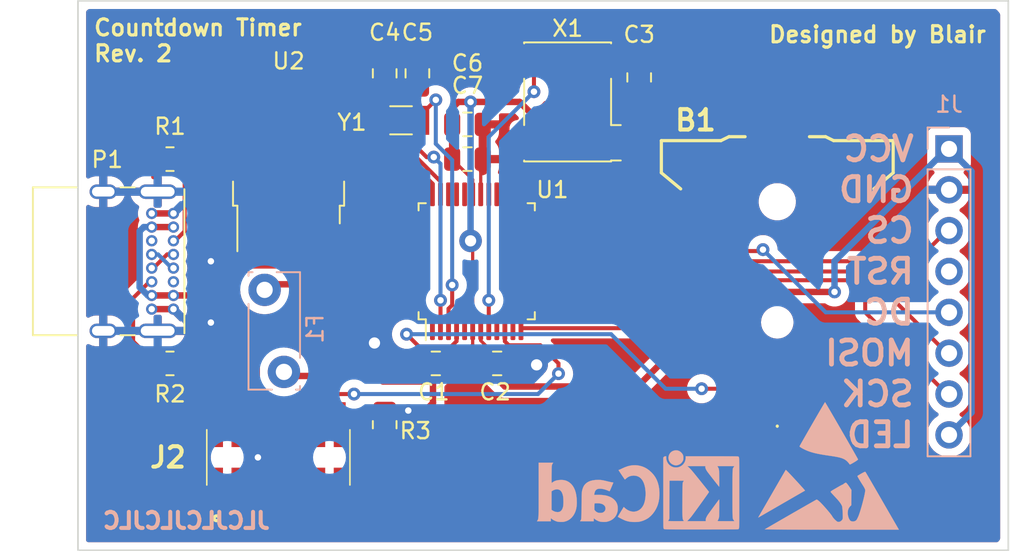
<source format=kicad_pcb>
(kicad_pcb (version 20211014) (generator pcbnew)
  (layers (0 "F.Cu" signal) (31 "B.Cu" signal) (34 "B.Paste" user) (35 "F.Paste" user) (36 "B.SilkS" user "B.Silkscreen") (37 "F.SilkS" user "F.Silkscreen") (38 "B.Mask" user) (39 "F.Mask" user) (44 "Edge.Cuts" user))
  (net 0 "")
  (net 1 "+1V5")
  (net 2 "+5V")
  (net 3 "Net-(P1-PadA5)")
  (net 4 "Net-(P1-PadA6)")
  (net 5 "Net-(P1-PadA7)")
  (net 7 "Net-(P1-PadB5)")
  (net 9 "LCD_GND")
  (net 10 "/3V3 UNFUSED")
  (net 11 "OSC 32 A")
  (net 12 "OSC 32 B")
  (net 13 "LCD_LED")
  (net 14 "SPI_SCK")
  (net 15 "SPI_MOSI")
  (net 16 "SPI_DC")
  (net 17 "LCD_RST")
  (net 18 "SPI_CS")
  (net 21 "SWDIO")
  (net 22 "SWCLK")
  (net 23 "SWO")
  (net 26 "NRST")
  (net 31 "OSC 48M A")
  (net 63 "Net-(J2-Pad11)")
  (footprint "Resistor_SMD:R_0805_2012Metric" (layer "F.Cu") (at 76.2 77.47)
    (fp_text reference "R2" (at 0 1.905) (layer "F.SilkS"))
    (fp_text value "5k1")
    (pad "1" smd roundrect (at -0.9125 0) (size 1.025 1.4) (layers "F.Cu" "F.Paste" "F.Mask") (roundrect_rratio 0.243902439) (net 7 "Net-(P1-PadB5)"))
    (pad "2" smd roundrect (at 0.9125 0) (size 1.025 1.4) (layers "F.Cu" "F.Paste" "F.Mask") (roundrect_rratio 0.243902439) (net 9 "LCD_GND"))
  )
  (footprint "Connector_USB:USB_C_Receptacle_GCT_USB4085" (layer "F.Cu") (at 76.415 68.145 -90)
    (fp_text reference "P1" (at -3.345 4.115 180) (layer "F.SilkS"))
    (fp_text value "USB_C_Plug_USB2.0")
    (pad "A1" thru_hole circle (at 0 0 270) (size 0.7 0.7) (drill 0.4) (layers *.Cu *.Mask) (net 9 "LCD_GND"))
    (pad "A4" thru_hole circle (at 0.85 0 270) (size 0.7 0.7) (drill 0.4) (layers *.Cu *.Mask) (net 2 "+5V"))
    (pad "A5" thru_hole circle (at 1.7 0 270) (size 0.7 0.7) (drill 0.4) (layers *.Cu *.Mask) (net 3 "Net-(P1-PadA5)"))
    (pad "A6" thru_hole circle (at 2.55 0 270) (size 0.7 0.7) (drill 0.4) (layers *.Cu *.Mask) (net 4 "Net-(P1-PadA6)"))
    (pad "A7" thru_hole circle (at 3.4 0 270) (size 0.7 0.7) (drill 0.4) (layers *.Cu *.Mask) (net 5 "Net-(P1-PadA7)"))
    (pad "A8" thru_hole circle (at 4.25 0 270) (size 0.7 0.7) (drill 0.4) (layers *.Cu *.Mask))
    (pad "A9" thru_hole circle (at 5.1 0 270) (size 0.7 0.7) (drill 0.4) (layers *.Cu *.Mask) (net 2 "+5V"))
    (pad "A12" thru_hole circle (at 5.95 0 270) (size 0.7 0.7) (drill 0.4) (layers *.Cu *.Mask) (net 9 "LCD_GND"))
    (pad "B1" thru_hole circle (at 5.95 1.35 270) (size 0.7 0.7) (drill 0.4) (layers *.Cu *.Mask) (net 9 "LCD_GND"))
    (pad "B4" thru_hole circle (at 5.1 1.35 270) (size 0.7 0.7) (drill 0.4) (layers *.Cu *.Mask) (net 2 "+5V"))
    (pad "B5" thru_hole circle (at 4.25 1.35 270) (size 0.7 0.7) (drill 0.4) (layers *.Cu *.Mask) (net 7 "Net-(P1-PadB5)"))
    (pad "B6" thru_hole circle (at 3.4 1.35 270) (size 0.7 0.7) (drill 0.4) (layers *.Cu *.Mask) (net 4 "Net-(P1-PadA6)"))
    (pad "B7" thru_hole circle (at 2.55 1.35 270) (size 0.7 0.7) (drill 0.4) (layers *.Cu *.Mask) (net 5 "Net-(P1-PadA7)"))
    (pad "B8" thru_hole circle (at 1.7 1.35 270) (size 0.7 0.7) (drill 0.4) (layers *.Cu *.Mask))
    (pad "B9" thru_hole circle (at 0.85 1.35 270) (size 0.7 0.7) (drill 0.4) (layers *.Cu *.Mask) (net 2 "+5V"))
    (pad "B12" thru_hole circle (at 0 1.35 270) (size 0.7 0.7) (drill 0.4) (layers *.Cu *.Mask) (net 9 "LCD_GND"))
    (pad "S1" thru_hole oval (at -1.35 0.98 270) (size 0.9 2.4) (drill oval 0.6 2.1) (layers *.Cu *.Mask) (net 9 "LCD_GND"))
    (pad "S1" thru_hole oval (at 7.3 0.98 270) (size 0.9 2.4) (drill oval 0.6 2.1) (layers *.Cu *.Mask) (net 9 "LCD_GND"))
    (pad "S1" thru_hole oval (at 7.3 4.36 270) (size 0.9 1.7) (drill oval 0.6 1.4) (layers *.Cu *.Mask) (net 9 "LCD_GND"))
    (pad "S1" thru_hole oval (at -1.35 4.36 270) (size 0.9 1.7) (drill oval 0.6 1.4) (layers *.Cu *.Mask) (net 9 "LCD_GND"))
  )
  (footprint "1056:1056" (layer "F.Cu") (at 113.919 71.12 90)
    (fp_text reference "B1" (at 8.763 -5.08 180) (layer "F.SilkS") (effects (font (size 1.27 1.27) (thickness 0.254))))
    (fp_text value "1056" hide)
    (pad "" np_thru_hole circle locked (at 3.7 0 90) (size 1.3 1.3) (drill 1.3) (layers *.Cu *.Mask))
    (pad "" np_thru_hole circle locked (at -3.8 0 90) (size 1 1) (drill 1) (layers *.Cu *.Mask))
    (pad "C1" smd rect locked (at -7.9 0 180) (size 2.6 3.6) (layers "F.Cu" "F.Paste" "F.Mask") (net 1 "+1V5"))
    (pad "C2" smd rect locked (at 7.9 0 180) (size 2.6 3.6) (layers "F.Cu" "F.Paste" "F.Mask") (net 9 "LCD_GND"))
  )
  (footprint "Package_TO_SOT_SMD:TO-252-3_TabPin2" (layer "F.Cu") (at 83.565 65.195 90)
    (fp_text reference "U2" (at 6.521 0.001 180) (layer "F.SilkS"))
    (fp_text value "IFX27001TFV33")
    (pad "1" smd rect (at -4.2 -2.28 90) (size 2.2 1.2) (layers "F.Cu" "F.Paste" "F.Mask") (net 9 "LCD_GND"))
    (pad "2" smd rect (at 2.1 0 90) (size 6.4 5.8) (layers "F.Cu" "F.Mask") (net 10 "/3V3 UNFUSED"))
    (pad "2" smd rect (at -4.2 0 90) (size 2.2 1.2) (layers "F.Cu" "F.Paste" "F.Mask") (net 10 "/3V3 UNFUSED"))
    (pad "3" smd rect (at -4.2 2.28 90) (size 2.2 1.2) (layers "F.Cu" "F.Paste" "F.Mask") (net 2 "+5V"))
  )
  (footprint "Capacitor_SMD:C_0805_2012Metric" (layer "F.Cu") (at 94.676 64.77)
    (fp_text reference "C7" (at 0 -4.572) (layer "F.SilkS"))
    (fp_text value "4u7F")
    (pad "1" smd roundrect (at -0.95 0) (size 1 1.45) (layers "F.Cu" "F.Paste" "F.Mask") (net 13 "LCD_LED"))
    (pad "2" smd roundrect (at 0.95 0) (size 1 1.45) (layers "F.Cu" "F.Paste" "F.Mask") (net 9 "LCD_GND"))
  )
  (footprint "Resistor_SMD:R_0805_2012Metric" (layer "F.Cu") (at 76.2 64.77 180)
    (fp_text reference "R1" (at 0 2.032) (layer "F.SilkS"))
    (fp_text value "5k1")
    (pad "1" smd roundrect (at -0.9125 0 180) (size 1.025 1.4) (layers "F.Cu" "F.Paste" "F.Mask") (roundrect_rratio 0.243902439) (net 3 "Net-(P1-PadA5)"))
    (pad "2" smd roundrect (at 0.9125 0 180) (size 1.025 1.4) (layers "F.Cu" "F.Paste" "F.Mask") (roundrect_rratio 0.243902439) (net 9 "LCD_GND"))
  )
  (footprint "Package_QFP:LQFP-48_7x7mm_P0.5mm" (layer "F.Cu") (at 95.25 71.12 90)
    (fp_text reference "U1" (at 4.445 4.699 180) (layer "F.SilkS"))
    (fp_text value "STM32G0B1CET6N")
    (pad "1" smd roundrect (at -4.1625 -2.75 90) (size 1.475 0.3) (layers "F.Cu" "F.Paste" "F.Mask"))
    (pad "2" smd roundrect (at -4.1625 -2.25 90) (size 1.475 0.3) (layers "F.Cu" "F.Paste" "F.Mask") (net 11 "OSC 32 A"))
    (pad "3" smd roundrect (at -4.1625 -1.75 90) (size 1.475 0.3) (layers "F.Cu" "F.Paste" "F.Mask") (net 12 "OSC 32 B"))
    (pad "4" smd roundrect (at -4.1625 -1.25 90) (size 1.475 0.3) (layers "F.Cu" "F.Paste" "F.Mask") (net 1 "+1V5"))
    (pad "5" smd roundrect (at -4.1625 -0.75 90) (size 1.475 0.3) (layers "F.Cu" "F.Paste" "F.Mask"))
    (pad "6" smd roundrect (at -4.1625 -0.25 90) (size 1.475 0.3) (layers "F.Cu" "F.Paste" "F.Mask") (net 13 "LCD_LED"))
    (pad "7" smd roundrect (at -4.1625 0.25 90) (size 1.475 0.3) (layers "F.Cu" "F.Paste" "F.Mask") (net 9 "LCD_GND"))
    (pad "8" smd roundrect (at -4.1625 0.75 90) (size 1.475 0.3) (layers "F.Cu" "F.Paste" "F.Mask") (net 31 "OSC 48M A"))
    (pad "9" smd roundrect (at -4.1625 1.25 90) (size 1.475 0.3) (layers "F.Cu" "F.Paste" "F.Mask"))
    (pad "10" smd roundrect (at -4.1625 1.75 90) (size 1.475 0.3) (layers "F.Cu" "F.Paste" "F.Mask") (net 26 "NRST"))
    (pad "11" smd roundrect (at -4.1625 2.25 90) (size 1.475 0.3) (layers "F.Cu" "F.Paste" "F.Mask") (net 16 "SPI_DC"))
    (pad "12" smd roundrect (at -4.1625 2.75 90) (size 1.475 0.3) (layers "F.Cu" "F.Paste" "F.Mask") (net 14 "SPI_SCK"))
    (pad "13" smd roundrect (at -2.75 4.1625 90) (size 0.3 1.475) (layers "F.Cu" "F.Paste" "F.Mask") (net 15 "SPI_MOSI"))
    (pad "14" smd roundrect (at -2.25 4.1625 90) (size 0.3 1.475) (layers "F.Cu" "F.Paste" "F.Mask") (net 18 "SPI_CS"))
    (pad "15" smd roundrect (at -1.75 4.1625 90) (size 0.3 1.475) (layers "F.Cu" "F.Paste" "F.Mask"))
    (pad "16" smd roundrect (at -1.25 4.1625 90) (size 0.3 1.475) (layers "F.Cu" "F.Paste" "F.Mask"))
    (pad "17" smd roundrect (at -0.75 4.1625 90) (size 0.3 1.475) (layers "F.Cu" "F.Paste" "F.Mask"))
    (pad "18" smd roundrect (at -0.25 4.1625 90) (size 0.3 1.475) (layers "F.Cu" "F.Paste" "F.Mask"))
    (pad "19" smd roundrect (at 0.25 4.1625 90) (size 0.3 1.475) (layers "F.Cu" "F.Paste" "F.Mask"))
    (pad "20" smd roundrect (at 0.75 4.1625 90) (size 0.3 1.475) (layers "F.Cu" "F.Paste" "F.Mask"))
    (pad "21" smd roundrect (at 1.25 4.1625 90) (size 0.3 1.475) (layers "F.Cu" "F.Paste" "F.Mask"))
    (pad "22" smd roundrect (at 1.75 4.1625 90) (size 0.3 1.475) (layers "F.Cu" "F.Paste" "F.Mask"))
    (pad "23" smd roundrect (at 2.25 4.1625 90) (size 0.3 1.475) (layers "F.Cu" "F.Paste" "F.Mask"))
    (pad "24" smd roundrect (at 2.75 4.1625 90) (size 0.3 1.475) (layers "F.Cu" "F.Paste" "F.Mask"))
    (pad "25" smd roundrect (at 4.1625 2.75 90) (size 1.475 0.3) (layers "F.Cu" "F.Paste" "F.Mask"))
    (pad "26" smd roundrect (at 4.1625 2.25 90) (size 1.475 0.3) (layers "F.Cu" "F.Paste" "F.Mask"))
    (pad "27" smd roundrect (at 4.1625 1.75 90) (size 1.475 0.3) (layers "F.Cu" "F.Paste" "F.Mask"))
    (pad "28" smd roundrect (at 4.1625 1.25 90) (size 1.475 0.3) (layers "F.Cu" "F.Paste" "F.Mask"))
    (pad "29" smd roundrect (at 4.1625 0.75 90) (size 1.475 0.3) (layers "F.Cu" "F.Paste" "F.Mask"))
    (pad "30" smd roundrect (at 4.1625 0.25 90) (size 1.475 0.3) (layers "F.Cu" "F.Paste" "F.Mask") (net 9 "LCD_GND"))
    (pad "31" smd roundrect (at 4.1625 -0.25 90) (size 1.475 0.3) (layers "F.Cu" "F.Paste" "F.Mask") (net 13 "LCD_LED"))
    (pad "32" smd roundrect (at 4.1625 -0.75 90) (size 1.475 0.3) (layers "F.Cu" "F.Paste" "F.Mask"))
    (pad "33" smd roundrect (at 4.1625 -1.25 90) (size 1.475 0.3) (layers "F.Cu" "F.Paste" "F.Mask"))
    (pad "34" smd roundrect (at 4.1625 -1.75 90) (size 1.475 0.3) (layers "F.Cu" "F.Paste" "F.Mask"))
    (pad "35" smd roundrect (at 4.1625 -2.25 90) (size 1.475 0.3) (layers "F.Cu" "F.Paste" "F.Mask") (net 21 "SWDIO"))
    (pad "36" smd roundrect (at 4.1625 -2.75 90) (size 1.475 0.3) (layers "F.Cu" "F.Paste" "F.Mask") (net 22 "SWCLK"))
    (pad "37" smd roundrect (at 2.75 -4.1625 90) (size 0.3 1.475) (layers "F.Cu" "F.Paste" "F.Mask"))
    (pad "38" smd roundrect (at 2.25 -4.1625 90) (size 0.3 1.475) (layers "F.Cu" "F.Paste" "F.Mask"))
    (pad "39" smd roundrect (at 1.75 -4.1625 90) (size 0.3 1.475) (layers "F.Cu" "F.Paste" "F.Mask"))
    (pad "40" smd roundrect (at 1.25 -4.1625 90) (size 0.3 1.475) (layers "F.Cu" "F.Paste" "F.Mask"))
    (pad "41" smd roundrect (at 0.75 -4.1625 90) (size 0.3 1.475) (layers "F.Cu" "F.Paste" "F.Mask"))
    (pad "42" smd roundrect (at 0.25 -4.1625 90) (size 0.3 1.475) (layers "F.Cu" "F.Paste" "F.Mask"))
    (pad "43" smd roundrect (at -0.25 -4.1625 90) (size 0.3 1.475) (layers "F.Cu" "F.Paste" "F.Mask"))
    (pad "44" smd roundrect (at -0.75 -4.1625 90) (size 0.3 1.475) (layers "F.Cu" "F.Paste" "F.Mask"))
    (pad "45" smd roundrect (at -1.25 -4.1625 90) (size 0.3 1.475) (layers "F.Cu" "F.Paste" "F.Mask"))
    (pad "46" smd roundrect (at -1.75 -4.1625 90) (size 0.3 1.475) (layers "F.Cu" "F.Paste" "F.Mask"))
    (pad "47" smd roundrect (at -2.25 -4.1625 90) (size 0.3 1.475) (layers "F.Cu" "F.Paste" "F.Mask"))
    (pad "48" smd roundrect (at -2.75 -4.1625 90) (size 0.3 1.475) (layers "F.Cu" "F.Paste" "F.Mask"))
  )
  (footprint "Capacitor_SMD:C_0805_2012Metric" (layer "F.Cu") (at 92.71 77.47 180)
    (fp_text reference "C1" (at 0.127 -1.778) (layer "F.SilkS"))
    (fp_text value "100nF")
    (pad "1" smd roundrect (at -0.95 0 180) (size 1 1.45) (layers "F.Cu" "F.Paste" "F.Mask") (net 13 "LCD_LED"))
    (pad "2" smd roundrect (at 0.95 0 180) (size 1 1.45) (layers "F.Cu" "F.Paste" "F.Mask") (net 9 "LCD_GND"))
  )
  (footprint "Resistor_SMD:R_0805_2012Metric" (layer "F.Cu") (at 89.535 81.28 -90)
    (fp_text reference "R3" (at 0.381 -1.905 180) (layer "F.SilkS"))
    (fp_text value "100R")
    (pad "1" smd roundrect (at -0.9125 0 270) (size 1.025 1.4) (layers "F.Cu" "F.Paste" "F.Mask") (roundrect_rratio 0.243902439) (net 9 "LCD_GND"))
    (pad "2" smd roundrect (at 0.9125 0 270) (size 1.025 1.4) (layers "F.Cu" "F.Paste" "F.Mask") (roundrect_rratio 0.243902439) (net 63 "Net-(J2-Pad11)"))
  )
  (footprint "Oscillator:Oscillator_SMD_SeikoEpson_SG8002CA-4Pin_7.0x5.0mm" (layer "F.Cu") (at 100.897 61.214 90)
    (fp_text reference "X1" (at 4.572 0 180) (layer "F.SilkS"))
    (fp_text value "SG-7050CAN")
    (pad "1" smd rect (at -2.54 2.1 90) (size 1.8 2) (layers "F.Cu" "F.Paste" "F.Mask"))
    (pad "2" smd rect (at 2.54 2.1 90) (size 1.8 2) (layers "F.Cu" "F.Paste" "F.Mask") (net 9 "LCD_GND"))
    (pad "3" smd rect (at 2.54 -2.1 90) (size 1.8 2) (layers "F.Cu" "F.Paste" "F.Mask") (net 31 "OSC 48M A"))
    (pad "4" smd rect (at -2.54 -2.1 90) (size 1.8 2) (layers "F.Cu" "F.Paste" "F.Mask") (net 13 "LCD_LED"))
  )
  (footprint "Capacitor_SMD:C_0805_2012Metric" (layer "F.Cu") (at 91.567 59.436 90)
    (fp_text reference "C5" (at 2.54 0 180) (layer "F.SilkS"))
    (fp_text value "9pF")
    (pad "1" smd roundrect (at -0.95 0 90) (size 1 1.45) (layers "F.Cu" "F.Paste" "F.Mask") (net 12 "OSC 32 B"))
    (pad "2" smd roundrect (at 0.95 0 90) (size 1 1.45) (layers "F.Cu" "F.Paste" "F.Mask") (net 9 "LCD_GND"))
  )
  (footprint "Capacitor_SMD:C_0805_2012Metric" (layer "F.Cu") (at 105.342 59.69 90)
    (fp_text reference "C3" (at 2.667 0 180) (layer "F.SilkS"))
    (fp_text value "100nF")
    (pad "1" smd roundrect (at -0.95 0 90) (size 1 1.45) (layers "F.Cu" "F.Paste" "F.Mask") (net 13 "LCD_LED"))
    (pad "2" smd roundrect (at 0.95 0 90) (size 1 1.45) (layers "F.Cu" "F.Paste" "F.Mask") (net 9 "LCD_GND"))
  )
  (footprint "Capacitor_SMD:C_0805_2012Metric" (layer "F.Cu") (at 96.52 77.47)
    (fp_text reference "C2" (at -0.127 1.778) (layer "F.SilkS"))
    (fp_text value "4u7F")
    (pad "1" smd roundrect (at -0.95 0) (size 1 1.45) (layers "F.Cu" "F.Paste" "F.Mask") (net 13 "LCD_LED"))
    (pad "2" smd roundrect (at 0.95 0) (size 1 1.45) (layers "F.Cu" "F.Paste" "F.Mask") (net 9 "LCD_GND"))
  )
  (footprint "Capacitor_SMD:C_0805_2012Metric" (layer "F.Cu") (at 89.535 59.436 90)
    (fp_text reference "C4" (at 2.54 0 180) (layer "F.SilkS"))
    (fp_text value "9pF")
    (pad "1" smd roundrect (at -0.95 0 90) (size 1 1.45) (layers "F.Cu" "F.Paste" "F.Mask") (net 11 "OSC 32 A"))
    (pad "2" smd roundrect (at 0.95 0 90) (size 1 1.45) (layers "F.Cu" "F.Paste" "F.Mask") (net 9 "LCD_GND"))
  )
  (footprint "FTSH-107-01-L-DV-K-A:FTSH-107-XX-YYY-DV-K-A" (layer "F.Cu") (at 82.931 83.312)
    (fp_text reference "J2" (at -6.858 0) (layer "F.SilkS") (effects (font (size 1.27 1.27) (thickness 0.254))))
    (fp_text value "FTSH-107-01-L-DV-K-A" hide)
    (pad "" np_thru_hole circle locked (at 3.175 0) (size 1.02 1.02) (drill 1.02) (layers *.Cu *.Mask))
    (pad "" np_thru_hole circle locked (at -3.175 0) (size 1.02 1.02) (drill 1.02) (layers *.Cu *.Mask))
    (pad "1" smd rect locked (at -3.81 2.035) (size 0.74 2.79) (layers "F.Cu" "F.Paste" "F.Mask"))
    (pad "2" smd rect locked (at -3.81 -2.035) (size 0.74 2.79) (layers "F.Cu" "F.Paste" "F.Mask"))
    (pad "3" smd rect locked (at -2.54 2.035) (size 0.74 2.79) (layers "F.Cu" "F.Paste" "F.Mask") (net 13 "LCD_LED"))
    (pad "4" smd rect locked (at -2.54 -2.035) (size 0.74 2.79) (layers "F.Cu" "F.Paste" "F.Mask") (net 21 "SWDIO"))
    (pad "5" smd rect locked (at -1.27 2.035) (size 0.74 2.79) (layers "F.Cu" "F.Paste" "F.Mask") (net 9 "LCD_GND"))
    (pad "6" smd rect locked (at -1.27 -2.035) (size 0.74 2.79) (layers "F.Cu" "F.Paste" "F.Mask") (net 22 "SWCLK"))
    (pad "7" smd rect locked (at 0 2.035) (size 0.74 2.79) (layers "F.Cu" "F.Paste" "F.Mask") (net 9 "LCD_GND"))
    (pad "8" smd rect locked (at 0 -2.035) (size 0.74 2.79) (layers "F.Cu" "F.Paste" "F.Mask") (net 23 "SWO"))
    (pad "9" smd rect locked (at 1.27 2.035) (size 0.74 2.79) (layers "F.Cu" "F.Paste" "F.Mask"))
    (pad "10" smd rect locked (at 1.27 -2.035) (size 0.74 2.79) (layers "F.Cu" "F.Paste" "F.Mask"))
    (pad "11" smd rect locked (at 2.54 2.035) (size 0.74 2.79) (layers "F.Cu" "F.Paste" "F.Mask") (net 63 "Net-(J2-Pad11)"))
    (pad "12" smd rect locked (at 2.54 -2.035) (size 0.74 2.79) (layers "F.Cu" "F.Paste" "F.Mask") (net 26 "NRST"))
    (pad "13" smd rect locked (at 3.81 2.035) (size 0.74 2.79) (layers "F.Cu" "F.Paste" "F.Mask"))
    (pad "14" smd rect locked (at 3.81 -2.035) (size 0.74 2.79) (layers "F.Cu" "F.Paste" "F.Mask"))
  )
  (footprint "Crystal:Crystal_SMD_3215-2Pin_3.2x1.5mm" (layer "F.Cu") (at 90.551 62.357 180)
    (fp_text reference "Y1" (at 3.048 -0.127) (layer "F.SilkS"))
    (fp_text value "32.768kHz")
    (pad "1" smd rect (at 1.25 0 180) (size 1 1.8) (layers "F.Cu" "F.Paste" "F.Mask") (net 11 "OSC 32 A"))
    (pad "2" smd rect (at -1.25 0 180) (size 1 1.8) (layers "F.Cu" "F.Paste" "F.Mask") (net 12 "OSC 32 B"))
  )
  (footprint "Capacitor_SMD:C_0805_2012Metric" (layer "F.Cu") (at 94.676 62.611)
    (fp_text reference "C6" (at 0 -3.81) (layer "F.SilkS"))
    (fp_text value "100nF")
    (pad "1" smd roundrect (at -0.95 0) (size 1 1.45) (layers "F.Cu" "F.Paste" "F.Mask") (net 13 "LCD_LED"))
    (pad "2" smd roundrect (at 0.95 0) (size 1 1.45) (layers "F.Cu" "F.Paste" "F.Mask") (net 9 "LCD_GND"))
  )
  (footprint "Symbol:KiCad-Logo_5mm_SilkScreen" (layer "B.Cu") (at 105.283 85.852 180)
    (fp_text reference "REF**" hide)
    (fp_text value "KiCad-Logo_5mm_SilkScreen" hide)
  )
  (footprint "Symbol:ESD-Logo_8.9x8mm_SilkScreen" (layer "B.Cu") (at 117.094 83.82 180)
    (fp_text reference "REF**" hide)
    (fp_text value "ESD-Logo_8.9x8mm_SilkScreen" hide)
  )
  (footprint "Fuse:Fuse_Bourns_MF-RG300" (layer "B.Cu") (at 82.077 72.898 -90)
    (fp_text reference "F1" (at 2.423 -3.14 90) (layer "B.SilkS") (effects (justify mirror)))
    (fp_text value "Polyfuse")
    (pad "1" thru_hole circle (at 0 0 270) (size 2.01 2.01) (drill 1.01) (layers *.Cu *.Mask) (net 10 "/3V3 UNFUSED"))
    (pad "2" thru_hole circle (at 5.1 -1.2 270) (size 2.01 2.01) (drill 1.01) (layers *.Cu *.Mask) (net 13 "LCD_LED"))
  )
  (footprint "Connector_PinSocket_2.54mm:PinSocket_1x08_P2.54mm_Vertical" (layer "B.Cu") (at 124.587 64.135 180)
    (fp_text reference "J1" (at 0 2.77) (layer "B.SilkS") (effects (justify mirror)))
    (fp_text value "Conn_01x08")
    (pad "1" thru_hole rect (at 0 0 180) (size 1.7 1.7) (drill 1) (layers *.Cu *.Mask) (net 13 "LCD_LED"))
    (pad "2" thru_hole oval (at 0 -2.54 180) (size 1.7 1.7) (drill 1) (layers *.Cu *.Mask) (net 9 "LCD_GND"))
    (pad "3" thru_hole oval (at 0 -5.08 180) (size 1.7 1.7) (drill 1) (layers *.Cu *.Mask) (net 18 "SPI_CS"))
    (pad "4" thru_hole oval (at 0 -7.62 180) (size 1.7 1.7) (drill 1) (layers *.Cu *.Mask) (net 17 "LCD_RST"))
    (pad "5" thru_hole oval (at 0 -10.16 180) (size 1.7 1.7) (drill 1) (layers *.Cu *.Mask) (net 16 "SPI_DC"))
    (pad "6" thru_hole oval (at 0 -12.7 180) (size 1.7 1.7) (drill 1) (layers *.Cu *.Mask) (net 15 "SPI_MOSI"))
    (pad "7" thru_hole oval (at 0 -15.24 180) (size 1.7 1.7) (drill 1) (layers *.Cu *.Mask) (net 14 "SPI_SCK"))
    (pad "8" thru_hole oval (at 0 -17.78 180) (size 1.7 1.7) (drill 1) (layers *.Cu *.Mask) (net 13 "LCD_LED"))
  )
  (gr_rect (start 70.485 54.9275) (end 128.27 89.0905) (layer "Edge.Cuts") (width 0.1) (fill none))
  (gr_text "GND" (at 122.555 66.675) (layer "B.SilkS") (effects (font (size 1.5 1.5) (thickness 0.3)) (justify left mirror)))
  (gr_text "RST" (at 122.555 71.755) (layer "B.SilkS") (effects (font (size 1.5 1.5) (thickness 0.3)) (justify left mirror)))
  (gr_text "CS" (at 122.555 69.215) (layer "B.SilkS") (effects (font (size 1.5 1.5) (thickness 0.3)) (justify left mirror)))
  (gr_text "MOSI\n" (at 122.555 76.835) (layer "B.SilkS") (effects (font (size 1.5 1.5) (thickness 0.3)) (justify left mirror)))
  (gr_text "LED" (at 122.555 81.915) (layer "B.SilkS") (effects (font (size 1.5 1.5) (thickness 0.3)) (justify left mirror)))
  (gr_text "JLCJLCJLCJLC" (at 77.216 87.249) (layer "B.SilkS") (effects (font (size 1 1) (thickness 0.25)) (justify mirror)))
  (gr_text "SCK" (at 122.555 79.375) (layer "B.SilkS") (effects (font (size 1.5 1.5) (thickness 0.3)) (justify left mirror)))
  (gr_text "VCC" (at 122.555 64.135) (layer "B.SilkS") (effects (font (size 1.5 1.5) (thickness 0.3)) (justify left mirror)))
  (gr_text "DC" (at 122.555 74.295) (layer "B.SilkS") (effects (font (size 1.5 1.5) (thickness 0.3)) (justify left mirror)))
  (gr_text "Countdown Timer\nRev. 2" (at 71.374 57.404) (layer "F.SilkS") (effects (font (size 1 1) (thickness 0.2)) (justify left)))
  (gr_text "Designed by Blair" (at 120.142 57.023) (layer "F.SilkS") (effects (font (size 1 1) (thickness 0.2))))
  (segment (start 113.894 79.045) (end 109.22 79.045) (width 0.25) (layer "F.Cu") (net 1))
  (segment (start 94 76.085006) (end 94 75.2825) (width 0.25) (layer "F.Cu") (net 1))
  (segment (start 93.664526 76.42048) (end 94 76.085006) (width 0.25) (layer "F.Cu") (net 1))
  (segment (start 91.66048 76.42048) (end 93.664526 76.42048) (width 0.25) (layer "F.Cu") (net 1))
  (segment (start 90.894511 75.654511) (end 91.66048 76.42048) (width 0.25) (layer "F.Cu") (net 1))
  (segment (start 113.919 79.02) (end 113.894 79.045) (width 0.25) (layer "F.Cu") (net 1))
  (via (at 109.22 79.045) (size 0.8) (drill 0.4) (layers "F.Cu" "B.Cu") (net 1))
  (via (at 90.894511 75.654511) (size 0.8) (drill 0.4) (layers "F.Cu" "B.Cu") (net 1))
  (segment (start 109.22 79.045) (end 106.985 79.045) (width 0.25) (layer "B.Cu") (net 1))
  (segment (start 103.594511 75.654511) (end 90.894511 75.654511) (width 0.25) (layer "B.Cu") (net 1))
  (segment (start 106.985 79.045) (end 103.594511 75.654511) (width 0.25) (layer "B.Cu") (net 1))
  (segment (start 75.065 68.995) (end 76.415 68.995) (width 0.4) (layer "F.Cu") (net 2))
  (segment (start 79.028 73.245) (end 80.899 71.374) (width 0.4) (layer "F.Cu") (net 2))
  (segment (start 76.415 73.245) (end 79.028 73.245) (width 0.4) (layer "F.Cu") (net 2))
  (segment (start 76.415 73.245) (end 75.065 73.245) (width 0.4) (layer "F.Cu") (net 2))
  (segment (start 80.899 71.374) (end 83.866 71.374) (width 0.4) (layer "F.Cu") (net 2))
  (segment (start 83.866 71.374) (end 85.845 69.395) (width 0.4) (layer "F.Cu") (net 2))
  (segment (start 74.829511 73.245) (end 75.065 73.245) (width 0.4) (layer "B.Cu") (net 2))
  (segment (start 74.315489 69.249537) (end 74.315489 72.730978) (width 0.4) (layer "B.Cu") (net 2))
  (segment (start 74.315489 72.730978) (end 74.829511 73.245) (width 0.4) (layer "B.Cu") (net 2))
  (segment (start 74.570026 68.995) (end 74.315489 69.249537) (width 0.4) (layer "B.Cu") (net 2))
  (segment (start 75.065 68.995) (end 74.570026 68.995) (width 0.4) (layer "B.Cu") (net 2))
  (segment (start 76.518904 69.845) (end 76.415 69.845) (width 0.25) (layer "F.Cu") (net 3))
  (segment (start 77.1125 64.77) (end 77.1125 69.251404) (width 0.25) (layer "F.Cu") (net 3))
  (segment (start 77.1125 69.251404) (end 76.518904 69.845) (width 0.25) (layer "F.Cu") (net 3))
  (segment (start 75.168904 71.545) (end 75.065 71.545) (width 0.25) (layer "F.Cu") (net 4))
  (segment (start 76.018904 70.695) (end 75.168904 71.545) (width 0.25) (layer "F.Cu") (net 4))
  (segment (start 76.415 70.695) (end 76.018904 70.695) (width 0.25) (layer "F.Cu") (net 4))
  (segment (start 75.461096 70.695) (end 76.311096 71.545) (width 0.25) (layer "B.Cu") (net 5))
  (segment (start 75.065 70.695) (end 75.461096 70.695) (width 0.25) (layer "B.Cu") (net 5))
  (segment (start 76.311096 71.545) (end 76.415 71.545) (width 0.25) (layer "B.Cu") (net 5))
  (segment (start 73.91048 76.09298) (end 73.91048 73.40952) (width 0.25) (layer "F.Cu") (net 7))
  (segment (start 73.91048 73.40952) (end 74.925 72.395) (width 0.25) (layer "F.Cu") (net 7))
  (segment (start 75.2875 77.47) (end 73.91048 76.09298) (width 0.25) (layer "F.Cu") (net 7))
  (segment (start 74.925 72.395) (end 75.065 72.395) (width 0.25) (layer "F.Cu") (net 7))
  (segment (start 81.661 83.312) (end 81.661 85.347) (width 0.4) (layer "F.Cu") (net 9))
  (segment (start 95.626 64.77) (end 95.626 62.611) (width 0.2) (layer "F.Cu") (net 9))
  (segment (start 95.5 75.2825) (end 95.5 76.049651) (width 0.2) (layer "F.Cu") (net 9))
  (segment (start 97.47 77.47) (end 98.881138 77.47) (width 0.2) (layer "F.Cu") (net 9))
  (segment (start 95.5 66.9575) (end 95.5 64.896) (width 0.2) (layer "F.Cu") (net 9))
  (segment (start 75.065 68.145) (end 76.415 68.145) (width 0.4) (layer "F.Cu") (net 9))
  (segment (start 98.881138 77.47) (end 98.970569 77.559431) (width 0.2) (layer "F.Cu") (net 9))
  (segment (start 82.423 83.312) (end 82.931 83.82) (width 0.4) (layer "F.Cu") (net 9))
  (segment (start 82.931 83.82) (end 82.931 85.347) (width 0.4) (layer "F.Cu") (net 9))
  (segment (start 90.17 77.47) (end 91.76 77.47) (width 0.4) (layer "F.Cu") (net 9))
  (segment (start 88.9 76.2) (end 90.17 77.47) (width 0.4) (layer "F.Cu") (net 9))
  (segment (start 90.9675 80.3675) (end 89.535 80.3675) (width 0.4) (layer "F.Cu") (net 9))
  (segment (start 81.661 83.312) (end 82.423 83.312) (width 0.4) (layer "F.Cu") (net 9))
  (segment (start 95.5 76.049651) (end 95.885 76.434651) (width 0.2) (layer "F.Cu") (net 9))
  (segment (start 95.885 76.434651) (end 96.434651 76.434651) (width 0.2) (layer "F.Cu") (net 9))
  (segment (start 75.065 74.095) (end 76.415 74.095) (width 0.4) (layer "F.Cu") (net 9))
  (segment (start 95.5 64.896) (end 95.626 64.77) (width 0.2) (layer "F.Cu") (net 9))
  (segment (start 96.434651 76.434651) (end 97.47 77.47) (width 0.2) (layer "F.Cu") (net 9))
  (segment (start 91 80.4) (end 90.9675 80.3675) (width 0.4) (layer "F.Cu") (net 9))
  (via (at 88.9 76.2) (size 1.4) (drill 0.7) (layers "F.Cu" "B.Cu") (net 9))
  (via (at 81.661 83.312) (size 0.8) (drill 0.4) (layers "F.Cu" "B.Cu") (net 9))
  (via (at 78.74 71.12) (size 0.8) (drill 0.4) (layers "F.Cu" "B.Cu") (net 9))
  (via (at 78.74 74.93) (size 0.8) (drill 0.4) (layers "F.Cu" "B.Cu") (net 9))
  (via (at 98.970569 77.559431) (size 1.4) (drill 0.7) (layers "F.Cu" "B.Cu") (net 9))
  (via (at 91 80.4) (size 0.8) (drill 0.4) (layers "F.Cu" "B.Cu") (net 9))
  (segment (start 82.42452 72.55048) (end 82.077 72.898) (width 0.4) (layer "F.Cu") (net 10))
  (segment (start 86.995 63.5) (end 86.995 71.12) (width 0.4) (layer "F.Cu") (net 10))
  (segment (start 83.565 63.095) (end 86.59 63.095) (width 0.4) (layer "F.Cu") (net 10))
  (segment (start 86.995 71.12) (end 85.56452 72.55048) (width 0.4) (layer "F.Cu") (net 10))
  (segment (start 83.565 69.395) (end 83.565 63.095) (width 0.4) (layer "F.Cu") (net 10))
  (segment (start 86.59 63.095) (end 86.995 63.5) (width 0.4) (layer "F.Cu") (net 10))
  (segment (start 85.56452 72.55048) (end 82.42452 72.55048) (width 0.4) (layer "F.Cu") (net 10))
  (segment (start 92.137978 64.643) (end 90.678 63.183022) (width 0.25) (layer "F.Cu") (net 11))
  (segment (start 92.583 64.643) (end 92.137978 64.643) (width 0.25) (layer "F.Cu") (net 11))
  (segment (start 93 74.479994) (end 93.001948 74.478046) (width 0.25) (layer "F.Cu") (net 11))
  (segment (start 89.535 62.123) (end 89.301 62.357) (width 0.25) (layer "F.Cu") (net 11))
  (segment (start 89.535 60.386) (end 89.535 62.123) (width 0.25) (layer "F.Cu") (net 11))
  (segment (start 93.001948 74.478046) (end 93.001948 73.545554) (width 0.25) (layer "F.Cu") (net 11))
  (segment (start 93 75.2825) (end 93 74.479994) (width 0.25) (layer "F.Cu") (net 11))
  (segment (start 90.17 62.357) (end 89.301 62.357) (width 0.25) (layer "F.Cu") (net 11))
  (segment (start 90.678 63.183022) (end 90.678 62.865) (width 0.25) (layer "F.Cu") (net 11))
  (segment (start 90.678 62.865) (end 90.17 62.357) (width 0.25) (layer "F.Cu") (net 11))
  (via (at 92.583 64.643) (size 0.8) (drill 0.4) (layers "F.Cu" "B.Cu") (net 11))
  (via (at 93.001948 73.545554) (size 0.8) (drill 0.4) (layers "F.Cu" "B.Cu") (net 11))
  (segment (start 93.001948 65.061948) (end 92.583 64.643) (width 0.25) (layer "B.Cu") (net 11))
  (segment (start 93.001948 73.545554) (end 93.001948 65.061948) (width 0.25) (layer "B.Cu") (net 11))
  (segment (start 91.567 60.386) (end 91.567 62.123) (width 0.25) (layer "F.Cu") (net 12))
  (segment (start 93.5 75.2825) (end 93.5 74.072116) (width 0.25) (layer "F.Cu") (net 12))
  (segment (start 93.5 74.072116) (end 93.726578 73.845538) (width 0.25) (layer "F.Cu") (net 12))
  (segment (start 93.726578 73.845538) (end 93.726578 72.593957) (width 0.25) (layer "F.Cu") (net 12))
  (segment (start 91.567 62.123) (end 91.801 62.357) (width 0.25) (layer "F.Cu") (net 12))
  (segment (start 91.801 61.996) (end 91.801 62.357) (width 0.25) (layer "F.Cu") (net 12))
  (segment (start 92.71 61.087) (end 91.801 61.996) (width 0.25) (layer "F.Cu") (net 12))
  (via (at 93.726578 72.593957) (size 0.8) (drill 0.4) (layers "F.Cu" "B.Cu") (net 12))
  (via (at 92.71 61.087) (size 0.8) (drill 0.4) (layers "F.Cu" "B.Cu") (net 12))
  (segment (start 93.726578 64.832674) (end 93.726578 72.593957) (width 0.25) (layer "B.Cu") (net 12))
  (segment (start 92.71 63.816096) (end 93.726578 64.832674) (width 0.25) (layer "B.Cu") (net 12))
  (segment (start 92.71 61.087) (end 92.71 63.816096) (width 0.25) (layer "B.Cu") (net 12))
  (segment (start 94.869 61.214) (end 94.107 61.214) (width 0.4) (layer "F.Cu") (net 13))
  (segment (start 98.806 63.745) (end 98.797 63.754) (width 0.2) (layer "F.Cu") (net 13))
  (segment (start 94.599073 76.702653) (end 94.599073 77.422408) (width 0.2) (layer "F.Cu") (net 13))
  (segment (start 92.53548 78.59452) (end 93.66 77.47) (width 0.4) (layer "F.Cu") (net 13))
  (segment (start 97.004511 78.904511) (end 105.245489 78.904511) (width 0.4) (layer "F.Cu") (net 13))
  (segment (start 94.107 61.214) (end 93.726 61.595) (width 0.4) (layer "F.Cu") (net 13))
  (segment (start 89.43452 78.59452) (end 89.092 78.252) (width 0.4) (layer "F.Cu") (net 13))
  (segment (start 93.726 61.595) (end 93.726 62.611) (width 0.4) (layer "F.Cu") (net 13))
  (segment (start 105.245489 78.904511) (end 111.125 73.025) (width 0.4) (layer "F.Cu") (net 13))
  (segment (start 90.932 83.983072) (end 90.932 81.534) (width 0.4) (layer "F.Cu") (net 13))
  (segment (start 95 75.2825) (end 95 76.301726) (width 0.2) (layer "F.Cu") (net 13))
  (segment (start 94.646665 77.47) (end 95.57 77.47) (width 0.4) (layer "F.Cu") (net 13))
  (segment (start 105.342 60.64) (end 104.641 61.341) (width 0.4) (layer "F.Cu") (net 13))
  (segment (start 95.57 77.47) (end 97.004511 78.904511) (width 0.4) (layer "F.Cu") (net 13))
  (segment (start 93.726 62.611) (end 93.726 64.77) (width 0.4) (layer "F.Cu") (net 13))
  (segment (start 95 69.981) (end 95 75.2825) (width 0.2) (layer "F.Cu") (net 13))
  (segment (start 94.599073 77.422408) (end 94.646665 77.47) (width 0.25) (layer "F.Cu") (net 13))
  (segment (start 89.092 78.252) (end 83.531 78.252) (width 0.4) (layer "F.Cu") (net 13))
  (segment (start 97.917 61.214) (end 98.806 62.103) (width 0.4) (layer "F.Cu") (net 13))
  (segment (start 104.641 61.341) (end 99.568 61.341) (width 0.4) (layer "F.Cu") (net 13))
  (segment (start 81.341009 87.491031) (end 87.424041 87.491031) (width 0.4) (layer "F.Cu") (net 13))
  (segment (start 95 66.9575) (end 95 66.044) (width 0.2) (layer "F.Cu") (net 13))
  (segment (start 94.869 69.85) (end 95 69.981) (width 0.2) (layer "F.Cu") (net 13))
  (segment (start 87.424041 87.491031) (end 90.932 83.983072) (width 0.4) (layer "F.Cu") (net 13))
  (segment (start 83.531 78.252) (end 83.277 77.998) (width 0.4) (layer "F.Cu") (net 13))
  (segment (start 95 76.301726) (end 94.599073 76.702653) (width 0.2) (layer "F.Cu") (net 13))
  (segment (start 94.869 61.214) (end 97.917 61.214) (width 0.4) (layer "F.Cu") (net 13))
  (segment (start 80.391 85.347) (end 80.391 86.541022) (width 0.4) (layer "F.Cu") (net 13))
  (segment (start 95 66.044) (end 93.726 64.77) (width 0.2) (layer "F.Cu") (net 13))
  (segment (start 92.53548 79.93052) (end 92.53548 78.59452) (width 0.4) (layer "F.Cu") (net 13))
  (segment (start 80.391 86.541022) (end 81.341009 87.491031) (width 0.4) (layer "F.Cu") (net 13))
  (segment (start 92.53548 78.59452) (end 89.43452 78.59452) (width 0.4) (layer "F.Cu") (net 13))
  (segment (start 98.806 62.103) (end 98.806 63.745) (width 0.4) (layer "F.Cu") (net 13))
  (segment (start 111.125 73.025) (end 117.475 73.025) (width 0.4) (layer "F.Cu") (net 13))
  (segment (start 99.568 61.341) (end 98.806 62.103) (width 0.4) (layer "F.Cu") (net 13))
  (segment (start 90.932 81.534) (end 92.53548 79.93052) (width 0.4) (layer "F.Cu") (net 13))
  (segment (start 93.66 77.47) (end 94.646665 77.47) (width 0.4) (layer "F.Cu") (net 13))
  (via (at 117.475 73.025) (size 0.8) (drill 0.4) (layers "F.Cu" "B.Cu") (net 13))
  (via (at 94.869 61.214) (size 0.8) (drill 0.4) (layers "F.Cu" "B.Cu") (net 13))
  (via (at 94.869 69.85) (size 1.4) (drill 0.7) (layers "F.Cu" "B.Cu") (net 13))
  (segment (start 94.869 69.596) (end 94.742 69.723) (width 0.4) (layer "B.Cu") (net 13))
  (segment (start 117.475 73.025) (end 117.475 71.12) (width 0.4) (layer "B.Cu") (net 13))
  (segment (start 117.475 71.12) (end 124.46 64.135) (width 0.4) (layer "B.Cu") (net 13))
  (segment (start 124.587 64.135) (end 125.984 65.532) (width 0.4) (layer "B.Cu") (net 13))
  (segment (start 125.984 65.532) (end 125.984 80.518) (width 0.4) (layer "B.Cu") (net 13))
  (segment (start 125.984 80.518) (end 124.587 81.915) (width 0.4) (layer "B.Cu") (net 13))
  (segment (start 94.869 61.214) (end 94.869 69.596) (width 0.4) (layer "B.Cu") (net 13))
  (segment (start 108.125717 75.2825) (end 111.107728 72.300489) (width 0.25) (layer "F.Cu") (net 14))
  (segment (start 119.38 74.295) (end 124.46 79.375) (width 0.25) (layer "F.Cu") (net 14))
  (segment (start 119.38 73.025) (end 119.38 74.295) (width 0.25) (layer "F.Cu") (net 14))
  (segment (start 98 75.2825) (end 108.125717 75.2825) (width 0.25) (layer "F.Cu") (net 14))
  (segment (start 111.107728 72.300489) (end 118.655489 72.300489) (width 0.25) (layer "F.Cu") (net 14))
  (segment (start 118.655489 72.300489) (end 119.38 73.025) (width 0.25) (layer "F.Cu") (net 14))
  (segment (start 99.4125 73.87) (end 108.375 73.87) (width 0.25) (layer "F.Cu") (net 15))
  (segment (start 110.49 71.755) (end 119.38 71.755) (width 0.25) (layer "F.Cu") (net 15))
  (segment (start 119.38 71.755) (end 124.46 76.835) (width 0.25) (layer "F.Cu") (net 15))
  (segment (start 108.375 73.87) (end 110.49 71.755) (width 0.25) (layer "F.Cu") (net 15))
  (segment (start 107.949044 67.94548) (end 110.488564 70.485) (width 0.25) (layer "F.Cu") (net 16))
  (segment (start 98.605225 67.94548) (end 107.949044 67.94548) (width 0.25) (layer "F.Cu") (net 16))
  (segment (start 110.488564 70.485) (end 113.03 70.485) (width 0.25) (layer "F.Cu") (net 16))
  (segment (start 113.03 70.485) (end 113.03 70.3955) (width 0.25) (layer "F.Cu") (net 16))
  (segment (start 97.5 75.2825) (end 97.5 69.050705) (width 0.25) (layer "F.Cu") (net 16))
  (segment (start 97.5 69.050705) (end 98.605225 67.94548) (width 0.25) (layer "F.Cu") (net 16))
  (via (at 113.03 70.3955) (size 0.8) (drill 0.4) (layers "F.Cu" "B.Cu") (net 16))
  (segment (start 113.03 70.3955) (end 116.9295 74.295) (width 0.25) (layer "B.Cu") (net 16))
  (segment (start 116.9295 74.295) (end 124.46 74.295) (width 0.25) (layer "B.Cu") (net 16))
  (segment (start 99.4125 73.37) (end 108.239282 73.37) (width 0.25) (layer "F.Cu") (net 18))
  (segment (start 108.239282 73.37) (end 110.489282 71.12) (width 0.25) (layer "F.Cu") (net 18))
  (segment (start 110.489282 71.12) (end 122.555 71.12) (width 0.25) (layer "F.Cu") (net 18))
  (segment (start 122.555 71.12) (end 124.46 69.215) (width 0.25) (layer "F.Cu") (net 18))
  (segment (start 80.391 77.724) (end 80.391 81.277) (width 0.25) (layer "F.Cu") (net 21))
  (segment (start 93 66.154994) (end 93 66.9575) (width 0.25) (layer "F.Cu") (net 21))
  (segment (start 86.36 73.025) (end 88.265 71.12) (width 0.25) (layer "F.Cu") (net 21))
  (segment (start 90.17 64.77) (end 91.615006 64.77) (width 0.25) (layer "F.Cu") (net 21))
  (segment (start 88.265 66.675) (end 90.17 64.77) (width 0.25) (layer "F.Cu") (net 21))
  (segment (start 91.615006 64.77) (end 93 66.154994) (width 0.25) (layer "F.Cu") (net 21))
  (segment (start 85.09 73.025) (end 80.391 77.724) (width 0.25) (layer "F.Cu") (net 21))
  (segment (start 85.09 73.025) (end 86.36 73.025) (width 0.25) (layer "F.Cu") (net 21))
  (segment (start 88.265 71.12) (end 88.265 66.675) (width 0.25) (layer "F.Cu") (net 21))
  (segment (start 88.71452 71.306197) (end 86.546197 73.47452) (width 0.25) (layer "F.Cu") (net 22))
  (segment (start 91.428808 65.21952) (end 90.356198 65.21952) (width 0.25) (layer "F.Cu") (net 22))
  (segment (start 85.205486 73.47452) (end 81.661 77.019006) (width 0.25) (layer "F.Cu") (net 22))
  (segment (start 81.661 77.019006) (end 81.661 81.277) (width 0.25) (layer "F.Cu") (net 22))
  (segment (start 88.71452 66.861198) (end 88.71452 71.306197) (width 0.25) (layer "F.Cu") (net 22))
  (segment (start 92.5 66.290712) (end 91.428808 65.21952) (width 0.25) (layer "F.Cu") (net 22))
  (segment (start 86.546197 73.47452) (end 85.205486 73.47452) (width 0.25) (layer "F.Cu") (net 22))
  (segment (start 92.5 66.9575) (end 92.5 66.290712) (width 0.25) (layer "F.Cu") (net 22))
  (segment (start 90.356198 65.21952) (end 88.71452 66.861198) (width 0.25) (layer "F.Cu") (net 22))
  (segment (start 85.471 79.629) (end 85.471 81.277) (width 0.25) (layer "F.Cu") (net 26))
  (segment (start 100.33 77.47) (end 99.20452 76.34452) (width 0.25) (layer "F.Cu") (net 26))
  (segment (start 87.63 79.375) (end 85.725 79.375) (width 0.25) (layer "F.Cu") (net 26))
  (segment (start 97 76.099511) (end 97 75.2825) (width 0.25) (layer "F.Cu") (net 26))
  (segment (start 97.245009 76.34452) (end 97 76.099511) (width 0.25) (layer "F.Cu") (net 26))
  (segment (start 85.725 79.375) (end 85.471 79.629) (width 0.25) (layer "F.Cu") (net 26))
  (segment (start 99.20452 76.34452) (end 97.245009 76.34452) (width 0.25) (layer "F.Cu") (net 26))
  (segment (start 100.33 78.105) (end 100.33 77.47) (width 0.25) (layer "F.Cu") (net 26))
  (via (at 100.33 78.105) (size 0.8) (drill 0.4) (layers "F.Cu" "B.Cu") (net 26))
  (via (at 87.63 79.375) (size 0.8) (drill 0.4) (layers "F.Cu" "B.Cu") (net 26))
  (segment (start 99.06 79.375) (end 87.63 79.375) (width 0.25) (layer "B.Cu") (net 26))
  (segment (start 100.33 78.105) (end 99.06 79.375) (width 0.25) (layer "B.Cu") (net 26))
  (segment (start 98.806 58.683) (end 98.797 58.674) (width 0.25) (layer "F.Cu") (net 31))
  (segment (start 95.999446 75.281946) (end 95.999446 73.545554) (width 0.25) (layer "F.Cu") (net 31))
  (segment (start 98.806 60.579) (end 98.806 58.683) (width 0.25) (layer "F.Cu") (net 31))
  (segment (start 96 75.2825) (end 95.999446 75.281946) (width 0.25) (layer "F.Cu") (net 31))
  (via (at 95.999446 73.545554) (size 0.8) (drill 0.4) (layers "F.Cu" "B.Cu") (net 31))
  (via (at 98.806 60.579) (size 0.8) (drill 0.4) (layers "F.Cu" "B.Cu") (net 31))
  (segment (start 98.806 60.579) (end 95.999446 63.385554) (width 0.25) (layer "B.Cu") (net 31))
  (segment (start 95.999446 63.385554) (end 95.999446 73.545554) (width 0.25) (layer "B.Cu") (net 31))
  (segment (start 85.471 85.347) (end 85.471 86.372) (width 0.25) (layer "F.Cu") (net 63))
  (segment (start 86.115511 87.016511) (end 87.227489 87.016511) (width 0.25) (layer "F.Cu") (net 63))
  (segment (start 89.535 84.709) (end 89.535 82.1925) (width 0.25) (layer "F.Cu") (net 63))
  (segment (start 87.227489 87.016511) (end 89.535 84.709) (width 0.25) (layer "F.Cu") (net 63))
  (segment (start 85.471 86.372) (end 86.115511 87.016511) (width 0.25) (layer "F.Cu") (net 63))
  (zone (net 0) (net_name "") (layer "F.Cu") (connect_pads (clearance 0)) (min_thickness 0.254)
    (keepout (tracks allowed) (vias allowed) (pads allowed) (copperpour not_allowed) (footprints allowed))
    (fill (thermal_gap 0.508) (thermal_bridge_width 0.508))
    (polygon (pts (xy 101.786 59.563) (xy 104.199 59.563) (xy 104.199 59.817) (xy 104.199 60.96) (xy 101.024 60.96) (xy 99.373 62.484) (xy 97.976 62.484) (xy 98.23 61.595) (xy 98.484 60.96) (xy 99.119 60.579) (xy 99.246 59.944) (xy 100.008 59.817) (xy 100.135 59.055) (xy 100.135 58.928) (xy 101.659 58.928)))
  )
  (zone (net 0) (net_name "") (layer "F.Cu") (connect_pads (clearance 0)) (min_thickness 0.254)
    (keepout (tracks allowed) (vias allowed) (pads allowed) (copperpour not_allowed) (footprints allowed))
    (fill (thermal_gap 0.508) (thermal_bridge_width 0.508) (island_removal_mode 1) (island_area_min 0))
    (polygon (pts (xy 123.317 76.327) (xy 123.317 77.216) (xy 122.809 77.089) (xy 119.761 74.041) (xy 120.015 73.152)))
  )
  (zone (net 0) (net_name "") (layer "F.Cu") (connect_pads (clearance 0)) (min_thickness 0.254)
    (keepout (tracks allowed) (vias allowed) (pads allowed) (copperpour not_allowed) (footprints allowed))
    (fill (thermal_gap 0.508) (thermal_bridge_width 0.508))
    (polygon (pts (xy 98.171 74.168) (xy 92.202 74.168) (xy 92.202 68.072) (xy 98.171 68.072)))
  )
  (zone (net 0) (net_name "") (layer "F.Cu") (connect_pads (clearance 0)) (min_thickness 0.254)
    (keepout (tracks allowed) (vias allowed) (pads allowed) (copperpour not_allowed) (footprints allowed))
    (fill (thermal_gap 0.508) (thermal_bridge_width 0.508))
    (polygon (pts (xy 85.09 79.248) (xy 84.836 79.502) (xy 84.328 79.502) (xy 84.328 78.867) (xy 85.217 78.867)))
  )
  (zone (net 0) (net_name "") (layer "F.Cu") (connect_pads (clearance 0)) (min_thickness 0.254)
    (keepout (tracks allowed) (vias allowed) (pads allowed) (copperpour not_allowed) (footprints allowed))
    (fill (thermal_gap 0.508) (thermal_bridge_width 0.508))
    (polygon (pts (xy 93.1 80.2) (xy 90.9 82.3) (xy 90.3 82.2) (xy 90.2 79.1) (xy 93.1 79.1)))
  )
  (zone (net 0) (net_name "") (layer "F.Cu") (connect_pads (clearance 0)) (min_thickness 0.254)
    (keepout (tracks allowed) (vias allowed) (pads allowed) (copperpour not_allowed) (footprints allowed))
    (fill (thermal_gap 0.508) (thermal_bridge_width 0.508))
    (polygon (pts (xy 123.444 72.263) (xy 123.952 72.898) (xy 123.952 73.152) (xy 123.571 73.406) (xy 123.317 73.787) (xy 123.19 74.295) (xy 123.19 74.676) (xy 122.809 74.549) (xy 120.269 71.882) (xy 120.269 71.628) (xy 122.555 71.628) (xy 123.063 71.501)))
  )
  (zone (net 0) (net_name "") (layer "F.Cu") (connect_pads (clearance 0)) (min_thickness 0.254)
    (keepout (tracks allowed) (vias allowed) (pads allowed) (copperpour not_allowed) (footprints allowed))
    (fill (thermal_gap 0.508) (thermal_bridge_width 0.508))
    (polygon (pts (xy 84.074 73.279) (xy 83.185 74.168) (xy 83.185 73.025) (xy 84.074 73.025)))
  )
  (zone (net 0) (net_name "") (layer "F.Cu") (connect_pads (clearance 0)) (min_thickness 0.254)
    (keepout (tracks allowed) (vias allowed) (pads allowed) (copperpour not_allowed) (footprints allowed))
    (fill (thermal_gap 0.508) (thermal_bridge_width 0.508))
    (polygon (pts (xy 94.996 64.008) (xy 94.361 64.008) (xy 94.361 63.373) (xy 94.996 63.373)))
  )
  (zone (net 9) (net_name "LCD_GND") (layer "F.Cu") (connect_pads (clearance 0.508)) (min_thickness 0.254) (fill yes (thermal_gap 0.508) (thermal_bridge_width 0.508) (smoothing fillet) (radius 1) (island_removal_mode 1) (island_area_min 0))
    (polygon (pts (xy 127.889 88.9) (xy 70.739 88.9) (xy 70.739 55.245) (xy 127.889 55.245)))
  )
  (zone (net 0) (net_name "") (layer "F.Cu") (connect_pads (clearance 0)) (min_thickness 0.254)
    (keepout (tracks allowed) (vias allowed) (pads allowed) (copperpour not_allowed) (footprints allowed))
    (fill (thermal_gap 0.508) (thermal_bridge_width 0.508))
    (polygon (pts (xy 85.217 83.947) (xy 80.645 83.947) (xy 80.645 82.931) (xy 85.217 82.931)))
  )
  (zone (net 0) (net_name "") (layer "F.Cu") (connect_pads (clearance 0)) (min_thickness 0.254)
    (keepout (tracks allowed) (vias allowed) (pads allowed) (copperpour not_allowed) (footprints allowed))
    (fill (thermal_gap 0.508) (thermal_bridge_width 0.508))
    (polygon (pts (xy 86.36 67.945) (xy 85.09 67.945) (xy 84.709 68.199) (xy 84.455 68.199) (xy 84.201 67.945) (xy 84.201 66.675) (xy 86.36 66.675)))
  )
  (zone (net 0) (net_name "") (layer "F.Cu") (connect_pads (clearance 0)) (min_thickness 0.254)
    (keepout (tracks allowed) (vias allowed) (pads allowed) (copperpour not_allowed) (footprints allowed))
    (fill (thermal_gap 0.508) (thermal_bridge_width 0.508) (island_removal_mode 1) (island_area_min 0))
    (polygon (pts (xy 84.963 71.12) (xy 82.169 71.12) (xy 82.169 70.612) (xy 84.963 70.612)))
  )
  (zone (net 0) (net_name "") (layer "F.Cu") (connect_pads (clearance 0)) (min_thickness 0.254)
    (keepout (tracks allowed) (vias allowed) (pads allowed) (copperpour not_allowed) (footprints allowed))
    (fill (thermal_gap 0.508) (thermal_bridge_width 0.508))
    (polygon (pts (xy 82.931 68.072) (xy 82.296 68.199) (xy 81.788 67.945) (xy 81.534 67.945) (xy 81.534 66.675) (xy 82.931 66.675)))
  )
  (zone (net 0) (net_name "") (layer "F.Cu") (connect_pads (clearance 0)) (min_thickness 0.254)
    (keepout (tracks allowed) (vias allowed) (pads allowed) (copperpour not_allowed) (footprints allowed))
    (fill (thermal_gap 0.508) (thermal_bridge_width 0.508) (island_removal_mode 1) (island_area_min 0))
    (polygon (pts (xy 91.948 75.184) (xy 91.313 75.184) (xy 90.932 74.93) (xy 90.932 74.422) (xy 91.948 74.422)))
  )
  (zone (net 0) (net_name "") (layer "F.Cu") (connect_pads (clearance 0)) (min_thickness 0.254)
    (keepout (tracks allowed) (vias allowed) (pads allowed) (copperpour not_allowed) (footprints allowed))
    (fill (thermal_gap 0.508) (thermal_bridge_width 0.508))
    (polygon (pts (xy 89.281 79.248) (xy 88.9 79.883) (xy 88.9 80.645) (xy 88.392 80.645) (xy 88.646 81.28) (xy 88.519 81.534) (xy 88.392 82.296) (xy 88.519 82.804) (xy 89.027 83.185) (xy 89.027 84.455) (xy 87.63 85.725) (xy 87.503 85.471) (xy 87.503 83.82) (xy 87.122 83.566) (xy 86.995 83.312) (xy 87.122 83.058) (xy 87.376 82.931) (xy 87.503 82.423) (xy 87.503 80.264) (xy 88.392 78.867) (xy 89.027 78.867)))
  )
  (zone (net 9) (net_name "LCD_GND") (layer "B.Cu") (connect_pads thru_hole_only (clearance 0.508)) (min_thickness 0.254) (fill yes (thermal_gap 0.508) (thermal_bridge_width 0.508) (smoothing fillet) (radius 1) (island_removal_mode 1) (island_area_min 0))
    (polygon (pts (xy 127.889 88.9) (xy 70.739 88.9) (xy 70.739 55.245) (xy 127.889 55.245)))
  )
)
</source>
